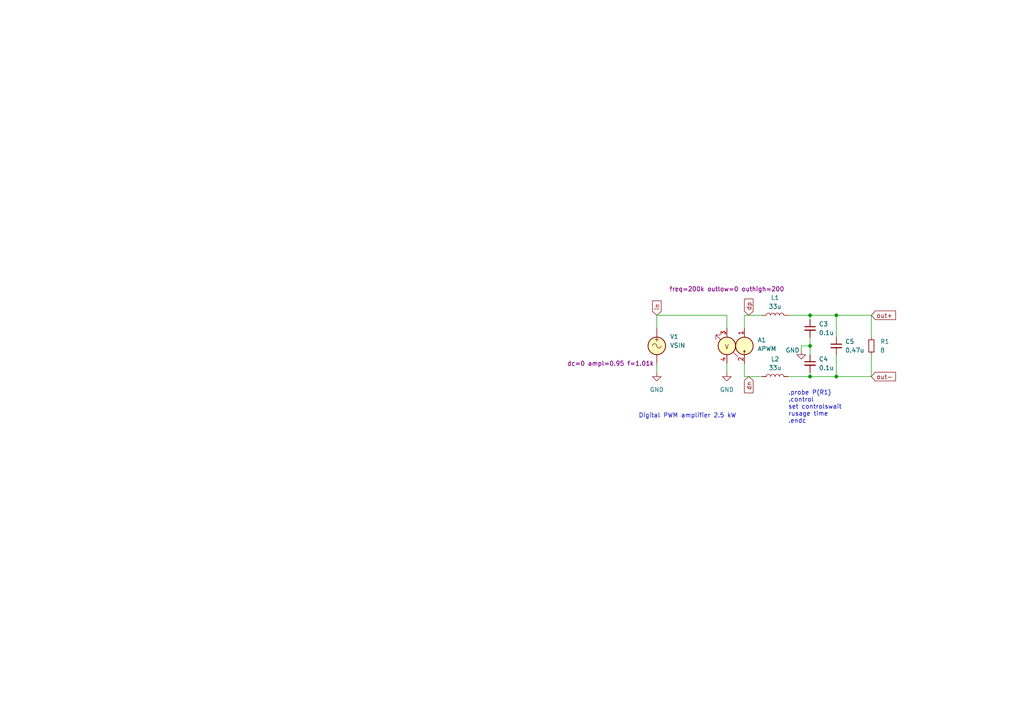
<source format=kicad_sch>
(kicad_sch (version 20230819) (generator eeschema)
  (paper "A4")
  (lib_symbols
    (symbol "Device:C_Small" (pin_numbers hide) (pin_names (offset 0.254) hide)
      (property "Reference" "C" (at 0.254 1.778 0))
      (property "Value" "C_Small" (at 0.254 -2.032 0))
      (symbol "C_Small_0_1"
        (polyline (pts (xy -1.524 -0.508) (xy 1.524 -0.508)) (stroke (width 0.3302)))
        (polyline (pts (xy -1.524 0.508) (xy 1.524 0.508)) (stroke (width 0.3048)))
      )
      (symbol "C_Small_1_1"
        (pin passive line (at 0 2.54 270) (length 2.032) (name "~") (number "1"))
        (pin passive line (at 0 -2.54 90) (length 2.032) (name "~") (number "2"))
      )
    )
    (symbol "Device:L" (pin_numbers hide) (pin_names (offset 1.016) hide)
      (property "Reference" "L" (at -1.27 0 90))
      (property "Value" "L" (at 1.905 0 90))
      (symbol "L_0_1"
        (arc (start 0 -2.54) (mid 0.6323 -1.905) (end 0 -1.27))
        (arc (start 0 -1.27) (mid 0.6323 -0.635) (end 0 0))
        (arc (start 0 0) (mid 0.6323 0.635) (end 0 1.27))
        (arc (start 0 1.27) (mid 0.6323 1.905) (end 0 2.54))
      )
      (symbol "L_1_1"
        (pin passive line (at 0 3.81 270) (length 1.27) (name "1") (number "1"))
        (pin passive line (at 0 -3.81 90) (length 1.27) (name "2") (number "2"))
      )
    )
    (symbol "Device:R_Small" (pin_numbers hide) (pin_names (offset 0.254) hide)
      (property "Reference" "R" (at 0.762 0.508 0))
      (property "Value" "R_Small" (at 0.762 -1.016 0))
      (symbol "R_Small_0_1"
        (rectangle (start -0.762 1.778) (end 0.762 -1.778) (stroke (width 0.2032)))
      )
      (symbol "R_Small_1_1"
        (pin passive line (at 0 2.54 270) (length 0.762) (name "~") (number "1"))
        (pin passive line (at 0 -2.54 90) (length 0.762) (name "~") (number "2"))
      )
    )
    (symbol "Simulation_SPICE:ESOURCE" (pin_names (offset 1.016) hide)
      (property "Reference" "E" (at 0 0 0))
      (property "Value" "ESOURCE" (at 12.7 1.27 0))
      (symbol "ESOURCE_0_1"
        (polyline (pts (xy 0 -1.27) (xy 0 -2.286)))
        (polyline (pts (xy 0.254 -1.778) (xy 0 -1.27) (xy -0.254 -1.778)))
        (circle (center 0 0) (radius 2.54) (stroke (width 0.254)) (fill (type background)))
      )
      (symbol "ESOURCE_1_1"
        (polyline (pts (xy 0.254 3.81) (xy 0.762 3.81)))
        (polyline (pts (xy 0.508 4.064) (xy 0.508 3.556)))
        (polyline (pts (xy 1.905 -3.175) (xy 3.175 -1.905)))
        (polyline (pts (xy 5.334 3.81) (xy 5.842 3.81)))
        (polyline (pts (xy 5.588 4.064) (xy 5.588 3.556)))
        (polyline (pts (xy 6.985 1.905) (xy 8.255 3.175)))
        (polyline (pts (xy 6.985 3.175) (xy 8.255 3.175) (xy 8.255 1.905)))
        (circle (center 5.08 0) (radius 2.54) (stroke (width 0.254)) (fill (type background)))
        (text "V" (at 5.08 -0.254 0) (effects (font (size 1.27 1.27))))
        (pin input line (at 0 5.08 270) (length 2.54) (name "N+") (number "1"))
        (pin input line (at 0 -5.08 90) (length 2.54) (name "N-") (number "2"))
        (pin passive line (at 5.08 5.08 270) (length 2.54) (name "C+") (number "3"))
        (pin passive line (at 5.08 -5.08 90) (length 2.54) (name "C-") (number "4"))
      )
    )
    (symbol "Simulation_SPICE:VSIN" (pin_numbers hide) (pin_names (offset 0.0254))
      (property "Reference" "V" (at 2.54 2.54 0))
      (property "Value" "VSIN" (at 2.54 0 0))
      (property "Sim.Params" "dc=0 ampl=1 f=1k ac=1" (at 2.54 -2.54 0))
      (symbol "VSIN_0_0"
        (arc (start 0 0) (mid -0.635 0.6323) (end -1.27 0))
        (arc (start 0 0) (mid 0.635 -0.6323) (end 1.27 0))
        (text "+" (at 0 1.905 0) (effects (font (size 1.27 1.27))))
      )
      (symbol "VSIN_0_1"
        (circle (center 0 0) (radius 2.54) (stroke (width 0.254)) (fill (type background)))
      )
      (symbol "VSIN_1_1"
        (pin passive line (at 0 5.08 270) (length 2.54) (name "~") (number "1"))
        (pin passive line (at 0 -5.08 90) (length 2.54) (name "~") (number "2"))
      )
    )
    (symbol "power:GND" (power) (pin_names (offset 0))
      (property "Value" "GND" (at 0 -3.81 0))
      (symbol "GND_0_1"
        (polyline (pts (xy 0 0) (xy 0 -1.27) (xy 1.27 -1.27) (xy 0 -2.54) (xy -1.27 -1.27) (xy 0 -1.27)))
      )
      (symbol "GND_1_1"
        (pin power_in line (at 0 0 270) (length 0) hide (name "GND") (number "1"))
      )
    )
  )
  (junction (at 242.57 109.22))
  (junction (at 242.57 91.44))
  (junction (at 234.95 109.22))
  (junction (at 234.95 91.44))
  (junction (at 234.95 100.33))
  (wire (pts (xy 242.57 109.22) (xy 242.57 102.87)))
  (wire (pts (xy 210.82 105.41) (xy 210.82 107.95)))
  (wire (pts (xy 215.9 91.44) (xy 220.98 91.44)))
  (wire (pts (xy 234.95 91.44) (xy 234.95 92.71)))
  (wire (pts (xy 242.57 91.44) (xy 252.73 91.44)))
  (wire (pts (xy 190.5 91.44) (xy 210.82 91.44)))
  (wire (pts (xy 210.82 91.44) (xy 210.82 95.25)))
  (wire (pts (xy 242.57 91.44) (xy 242.57 97.79)))
  (wire (pts (xy 252.73 109.22) (xy 252.73 102.87)))
  (wire (pts (xy 234.95 107.95) (xy 234.95 109.22)))
  (wire (pts (xy 190.5 95.25) (xy 190.5 91.44)))
  (wire (pts (xy 228.6 91.44) (xy 234.95 91.44)))
  (wire (pts (xy 232.41 100.33) (xy 232.41 101.6)))
  (wire (pts (xy 234.95 109.22) (xy 242.57 109.22)))
  (wire (pts (xy 252.73 91.44) (xy 252.73 97.79)))
  (wire (pts (xy 234.95 91.44) (xy 242.57 91.44)))
  (wire (pts (xy 215.9 109.22) (xy 220.98 109.22)))
  (wire (pts (xy 234.95 100.33) (xy 232.41 100.33)))
  (wire (pts (xy 234.95 97.79) (xy 234.95 100.33)))
  (wire (pts (xy 215.9 95.25) (xy 215.9 91.44)))
  (wire (pts (xy 242.57 109.22) (xy 252.73 109.22)))
  (wire (pts (xy 234.95 100.33) (xy 234.95 102.87)))
  (wire (pts (xy 190.5 105.41) (xy 190.5 107.95)))
  (wire (pts (xy 215.9 105.41) (xy 215.9 109.22)))
  (wire (pts (xy 228.6 109.22) (xy 234.95 109.22)))
  (text "Digital PWM amplifier 2.5 kW" (at 199.39 120.65 0) (effects (font (size 1.27 1.27))))
  (text ".probe P(R1)\n.control\nset controlswait\nrusage time\n.endc\n" (at 228.6 118.11 0) (effects (font (size 1.27 1.27)) (justify left)))
  (global_label "in" (shape input) (at 190.5 91.44 90) (property "Intersheetrefs" "${INTERSHEET_REFS}" (effects hide)))
  (global_label "out+" (shape input) (at 252.73 91.44 0) (property "Intersheetrefs" "${INTERSHEET_REFS}" (effects hide)))
  (global_label "dn" (shape input) (at 217.17 109.22 270) (property "Intersheetrefs" "${INTERSHEET_REFS}" (effects hide)))
  (global_label "dp" (shape input) (at 217.17 91.44 90) (property "Intersheetrefs" "${INTERSHEET_REFS}" (effects hide)))
  (global_label "out-" (shape input) (at 252.73 109.22 0) (property "Intersheetrefs" "${INTERSHEET_REFS}" (effects hide)))
  (symbol (lib_id "Device:C_Small") (at 242.57 100.33 0) (unit 1)
    (property "Reference" "C5" (at 245.11 99.0662 0) (effects (justify left)))
    (property "Value" "0.47u" (at 245.11 101.6062 0) (effects (justify left)))
    (property "Description" "Unpolarized capacitor, small symbol" (effects hide))
  )
  (symbol (lib_id "Device:L") (at 224.79 109.22 90) (unit 1)
    (property "Reference" "L2" (at 224.79 104.14 90))
    (property "Value" "33u" (at 224.79 106.68 90))
    (property "Description" "Inductor" (effects hide))
  )
  (symbol (lib_id "Simulation_SPICE:VSIN") (at 190.5 100.33 0) (unit 1)
    (property "Reference" "V1" (at 194.31 97.6601 0) (effects (justify left)))
    (property "Value" "VSIN" (at 194.31 100.2001 0) (effects (justify left)))
    (property "Description" "Voltage source, sinusoidal" (effects hide))
    (property "Sim.Pins" "1=+ 2=-" (effects hide))
    (property "Sim.Params" "dc=0 ampl=0.95 f=1.01k" (at 164.465 105.41 0) (effects (justify left)))
    (property "Sim.Type" "SIN" (effects hide))
    (property "Sim.Device" "V" (effects hide))
  )
  (symbol (lib_id "power:GND") (at 232.41 101.6 0) (unit 1)
    (property "Reference" "#PWR02" (effects hide))
    (property "Value" "GND" (at 229.87 101.6 0))
    (property "Description" "Power symbol creates a global label with name \"GND\" , ground" (effects hide))
  )
  (symbol (lib_id "Device:R_Small") (at 252.73 100.33 0) (unit 1)
    (property "Reference" "R1" (at 255.27 99.0599 0) (effects (justify left)))
    (property "Value" "8" (at 255.27 101.5999 0) (effects (justify left)))
    (property "Description" "Resistor, small symbol" (effects hide))
  )
  (symbol (lib_id "Device:L") (at 224.79 91.44 90) (unit 1)
    (property "Reference" "L1" (at 224.79 86.36 90))
    (property "Value" "33u" (at 224.79 88.9 90))
    (property "Description" "Inductor" (effects hide))
  )
  (symbol (lib_id "Simulation_SPICE:ESOURCE") (at 215.9 100.33 0) (mirror y) (unit 1)
    (property "Reference" "A1" (at 219.71 98.6154 0) (effects (justify right)))
    (property "Value" "APWM" (at 219.71 101.1554 0) (effects (justify right)))
    (property "Datasheet" "https://ngspice.sourceforge.io/docs.html" (effects hide))
    (property "Description" "Voltage-dependent Voltage source symbol for simulation only" (effects hide))
    (property "Sim.Library" "audio-pwm.lib" (effects hide))
    (property "Sim.Name" "audiopwm" (effects hide))
    (property "Sim.Device" "SUBCKT" (effects hide))
    (property "Sim.Pins" "1=outp 2=outn 3=in+ 4=in-" (effects hide))
    (property "Sim.Params" "freq=200k outlow=0 outhigh=200" (at 210.82 83.82 0))
  )
  (symbol (lib_id "Device:C_Small") (at 234.95 105.41 0) (unit 1)
    (property "Reference" "C4" (at 237.49 104.1462 0) (effects (justify left)))
    (property "Value" "0.1u" (at 237.49 106.6862 0) (effects (justify left)))
    (property "Description" "Unpolarized capacitor, small symbol" (effects hide))
  )
  (symbol (lib_id "Device:C_Small") (at 234.95 95.25 0) (unit 1)
    (property "Reference" "C3" (at 237.49 93.9862 0) (effects (justify left)))
    (property "Value" "0.1u" (at 237.49 96.5262 0) (effects (justify left)))
    (property "Description" "Unpolarized capacitor, small symbol" (effects hide))
  )
  (symbol (lib_id "power:GND") (at 210.82 107.95 0) (unit 1)
    (property "Reference" "#PWR03" (effects hide))
    (property "Value" "GND" (at 210.82 113.03 0))
    (property "Description" "Power symbol creates a global label with name \"GND\" , ground" (effects hide))
  )
  (symbol (lib_id "power:GND") (at 190.5 107.95 0) (unit 1)
    (property "Reference" "#PWR01" (effects hide))
    (property "Value" "GND" (at 190.5 113.03 0))
    (property "Description" "Power symbol creates a global label with name \"GND\" , ground" (effects hide))
  )
)
</source>
